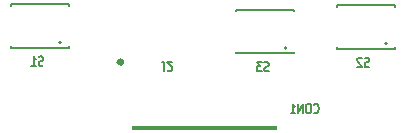
<source format=gbr>
%TF.GenerationSoftware,KiCad,Pcbnew,8.0.6*%
%TF.CreationDate,2025-01-21T23:53:36+01:00*%
%TF.ProjectId,HSSM-LVPCB,4853534d-2d4c-4565-9043-422e6b696361,rev?*%
%TF.SameCoordinates,Original*%
%TF.FileFunction,Legend,Bot*%
%TF.FilePolarity,Positive*%
%FSLAX46Y46*%
G04 Gerber Fmt 4.6, Leading zero omitted, Abs format (unit mm)*
G04 Created by KiCad (PCBNEW 8.0.6) date 2025-01-21 23:53:36*
%MOMM*%
%LPD*%
G01*
G04 APERTURE LIST*
%ADD10C,0.100000*%
%ADD11C,0.150000*%
%ADD12C,0.200000*%
%ADD13C,0.508000*%
G04 APERTURE END LIST*
D10*
X130850000Y-122575000D02*
X143025000Y-122575000D01*
X143025000Y-122850000D01*
X130850000Y-122850000D01*
X130850000Y-122575000D01*
G36*
X130850000Y-122575000D02*
G01*
X143025000Y-122575000D01*
X143025000Y-122850000D01*
X130850000Y-122850000D01*
X130850000Y-122575000D01*
G37*
D11*
X123280438Y-117441100D02*
X123187581Y-117479195D01*
X123187581Y-117479195D02*
X123032819Y-117479195D01*
X123032819Y-117479195D02*
X122970914Y-117441100D01*
X122970914Y-117441100D02*
X122939962Y-117403004D01*
X122939962Y-117403004D02*
X122909009Y-117326814D01*
X122909009Y-117326814D02*
X122909009Y-117250623D01*
X122909009Y-117250623D02*
X122939962Y-117174433D01*
X122939962Y-117174433D02*
X122970914Y-117136338D01*
X122970914Y-117136338D02*
X123032819Y-117098242D01*
X123032819Y-117098242D02*
X123156628Y-117060147D01*
X123156628Y-117060147D02*
X123218533Y-117022052D01*
X123218533Y-117022052D02*
X123249486Y-116983957D01*
X123249486Y-116983957D02*
X123280438Y-116907766D01*
X123280438Y-116907766D02*
X123280438Y-116831576D01*
X123280438Y-116831576D02*
X123249486Y-116755385D01*
X123249486Y-116755385D02*
X123218533Y-116717290D01*
X123218533Y-116717290D02*
X123156628Y-116679195D01*
X123156628Y-116679195D02*
X123001867Y-116679195D01*
X123001867Y-116679195D02*
X122909009Y-116717290D01*
X122289961Y-117479195D02*
X122661390Y-117479195D01*
X122475676Y-117479195D02*
X122475676Y-116679195D01*
X122475676Y-116679195D02*
X122537580Y-116793480D01*
X122537580Y-116793480D02*
X122599485Y-116869671D01*
X122599485Y-116869671D02*
X122661390Y-116907766D01*
X133558333Y-117937704D02*
X133558333Y-117366276D01*
X133558333Y-117366276D02*
X133527380Y-117251990D01*
X133527380Y-117251990D02*
X133465476Y-117175800D01*
X133465476Y-117175800D02*
X133372618Y-117137704D01*
X133372618Y-117137704D02*
X133310714Y-117137704D01*
X133836904Y-117861514D02*
X133867856Y-117899609D01*
X133867856Y-117899609D02*
X133929761Y-117937704D01*
X133929761Y-117937704D02*
X134084523Y-117937704D01*
X134084523Y-117937704D02*
X134146428Y-117899609D01*
X134146428Y-117899609D02*
X134177380Y-117861514D01*
X134177380Y-117861514D02*
X134208333Y-117785323D01*
X134208333Y-117785323D02*
X134208333Y-117709133D01*
X134208333Y-117709133D02*
X134177380Y-117594847D01*
X134177380Y-117594847D02*
X133805952Y-117137704D01*
X133805952Y-117137704D02*
X134208333Y-117137704D01*
X150880438Y-117541100D02*
X150787581Y-117579195D01*
X150787581Y-117579195D02*
X150632819Y-117579195D01*
X150632819Y-117579195D02*
X150570914Y-117541100D01*
X150570914Y-117541100D02*
X150539962Y-117503004D01*
X150539962Y-117503004D02*
X150509009Y-117426814D01*
X150509009Y-117426814D02*
X150509009Y-117350623D01*
X150509009Y-117350623D02*
X150539962Y-117274433D01*
X150539962Y-117274433D02*
X150570914Y-117236338D01*
X150570914Y-117236338D02*
X150632819Y-117198242D01*
X150632819Y-117198242D02*
X150756628Y-117160147D01*
X150756628Y-117160147D02*
X150818533Y-117122052D01*
X150818533Y-117122052D02*
X150849486Y-117083957D01*
X150849486Y-117083957D02*
X150880438Y-117007766D01*
X150880438Y-117007766D02*
X150880438Y-116931576D01*
X150880438Y-116931576D02*
X150849486Y-116855385D01*
X150849486Y-116855385D02*
X150818533Y-116817290D01*
X150818533Y-116817290D02*
X150756628Y-116779195D01*
X150756628Y-116779195D02*
X150601867Y-116779195D01*
X150601867Y-116779195D02*
X150509009Y-116817290D01*
X150261390Y-116855385D02*
X150230438Y-116817290D01*
X150230438Y-116817290D02*
X150168533Y-116779195D01*
X150168533Y-116779195D02*
X150013771Y-116779195D01*
X150013771Y-116779195D02*
X149951866Y-116817290D01*
X149951866Y-116817290D02*
X149920914Y-116855385D01*
X149920914Y-116855385D02*
X149889961Y-116931576D01*
X149889961Y-116931576D02*
X149889961Y-117007766D01*
X149889961Y-117007766D02*
X149920914Y-117122052D01*
X149920914Y-117122052D02*
X150292342Y-117579195D01*
X150292342Y-117579195D02*
X149889961Y-117579195D01*
X142380438Y-117916100D02*
X142287581Y-117954195D01*
X142287581Y-117954195D02*
X142132819Y-117954195D01*
X142132819Y-117954195D02*
X142070914Y-117916100D01*
X142070914Y-117916100D02*
X142039962Y-117878004D01*
X142039962Y-117878004D02*
X142009009Y-117801814D01*
X142009009Y-117801814D02*
X142009009Y-117725623D01*
X142009009Y-117725623D02*
X142039962Y-117649433D01*
X142039962Y-117649433D02*
X142070914Y-117611338D01*
X142070914Y-117611338D02*
X142132819Y-117573242D01*
X142132819Y-117573242D02*
X142256628Y-117535147D01*
X142256628Y-117535147D02*
X142318533Y-117497052D01*
X142318533Y-117497052D02*
X142349486Y-117458957D01*
X142349486Y-117458957D02*
X142380438Y-117382766D01*
X142380438Y-117382766D02*
X142380438Y-117306576D01*
X142380438Y-117306576D02*
X142349486Y-117230385D01*
X142349486Y-117230385D02*
X142318533Y-117192290D01*
X142318533Y-117192290D02*
X142256628Y-117154195D01*
X142256628Y-117154195D02*
X142101867Y-117154195D01*
X142101867Y-117154195D02*
X142009009Y-117192290D01*
X141792342Y-117154195D02*
X141389961Y-117154195D01*
X141389961Y-117154195D02*
X141606628Y-117458957D01*
X141606628Y-117458957D02*
X141513771Y-117458957D01*
X141513771Y-117458957D02*
X141451866Y-117497052D01*
X141451866Y-117497052D02*
X141420914Y-117535147D01*
X141420914Y-117535147D02*
X141389961Y-117611338D01*
X141389961Y-117611338D02*
X141389961Y-117801814D01*
X141389961Y-117801814D02*
X141420914Y-117878004D01*
X141420914Y-117878004D02*
X141451866Y-117916100D01*
X141451866Y-117916100D02*
X141513771Y-117954195D01*
X141513771Y-117954195D02*
X141699485Y-117954195D01*
X141699485Y-117954195D02*
X141761390Y-117916100D01*
X141761390Y-117916100D02*
X141792342Y-117878004D01*
X146214285Y-121436104D02*
X146245237Y-121474200D01*
X146245237Y-121474200D02*
X146338095Y-121512295D01*
X146338095Y-121512295D02*
X146399999Y-121512295D01*
X146399999Y-121512295D02*
X146492856Y-121474200D01*
X146492856Y-121474200D02*
X146554761Y-121398009D01*
X146554761Y-121398009D02*
X146585714Y-121321819D01*
X146585714Y-121321819D02*
X146616666Y-121169438D01*
X146616666Y-121169438D02*
X146616666Y-121055152D01*
X146616666Y-121055152D02*
X146585714Y-120902771D01*
X146585714Y-120902771D02*
X146554761Y-120826580D01*
X146554761Y-120826580D02*
X146492856Y-120750390D01*
X146492856Y-120750390D02*
X146399999Y-120712295D01*
X146399999Y-120712295D02*
X146338095Y-120712295D01*
X146338095Y-120712295D02*
X146245237Y-120750390D01*
X146245237Y-120750390D02*
X146214285Y-120788485D01*
X145811904Y-120712295D02*
X145688095Y-120712295D01*
X145688095Y-120712295D02*
X145626190Y-120750390D01*
X145626190Y-120750390D02*
X145564285Y-120826580D01*
X145564285Y-120826580D02*
X145533333Y-120978961D01*
X145533333Y-120978961D02*
X145533333Y-121245628D01*
X145533333Y-121245628D02*
X145564285Y-121398009D01*
X145564285Y-121398009D02*
X145626190Y-121474200D01*
X145626190Y-121474200D02*
X145688095Y-121512295D01*
X145688095Y-121512295D02*
X145811904Y-121512295D01*
X145811904Y-121512295D02*
X145873809Y-121474200D01*
X145873809Y-121474200D02*
X145935714Y-121398009D01*
X145935714Y-121398009D02*
X145966666Y-121245628D01*
X145966666Y-121245628D02*
X145966666Y-120978961D01*
X145966666Y-120978961D02*
X145935714Y-120826580D01*
X145935714Y-120826580D02*
X145873809Y-120750390D01*
X145873809Y-120750390D02*
X145811904Y-120712295D01*
X145254762Y-121512295D02*
X145254762Y-120712295D01*
X145254762Y-120712295D02*
X144883333Y-121512295D01*
X144883333Y-121512295D02*
X144883333Y-120712295D01*
X144233333Y-121512295D02*
X144604762Y-121512295D01*
X144419048Y-121512295D02*
X144419048Y-120712295D01*
X144419048Y-120712295D02*
X144480952Y-120826580D01*
X144480952Y-120826580D02*
X144542857Y-120902771D01*
X144542857Y-120902771D02*
X144604762Y-120940866D01*
D12*
%TO.C,S1*%
X120550000Y-112250000D02*
X120550000Y-112400000D01*
X120550000Y-115950000D02*
X120550000Y-115800000D01*
X125450000Y-112250000D02*
X120550000Y-112250000D01*
X125450000Y-112400000D02*
X125450000Y-112250000D01*
X125450000Y-115800000D02*
X125450000Y-115950000D01*
X125450000Y-115950000D02*
X120550000Y-115950000D01*
X124800000Y-115500000D02*
G75*
G02*
X124600000Y-115500000I-100000J0D01*
G01*
X124600000Y-115500000D02*
G75*
G02*
X124800000Y-115500000I100000J0D01*
G01*
D13*
%TO.C,J2*%
X129926494Y-117175000D02*
G75*
G02*
X129733504Y-117175000I-96495J0D01*
G01*
X129733504Y-117175000D02*
G75*
G02*
X129926494Y-117175000I96495J0D01*
G01*
D12*
%TO.C,S2*%
X148150000Y-112350000D02*
X148150000Y-112500000D01*
X148150000Y-116050000D02*
X148150000Y-115900000D01*
X153050000Y-112350000D02*
X148150000Y-112350000D01*
X153050000Y-112500000D02*
X153050000Y-112350000D01*
X153050000Y-115900000D02*
X153050000Y-116050000D01*
X153050000Y-116050000D02*
X148150000Y-116050000D01*
X152400000Y-115600000D02*
G75*
G02*
X152200000Y-115600000I-100000J0D01*
G01*
X152200000Y-115600000D02*
G75*
G02*
X152400000Y-115600000I100000J0D01*
G01*
%TO.C,S3*%
X139650000Y-112725000D02*
X139650000Y-112875000D01*
X139650000Y-116425000D02*
X139650000Y-116275000D01*
X144550000Y-112725000D02*
X139650000Y-112725000D01*
X144550000Y-112875000D02*
X144550000Y-112725000D01*
X144550000Y-116275000D02*
X144550000Y-116425000D01*
X144550000Y-116425000D02*
X139650000Y-116425000D01*
X143900000Y-115975000D02*
G75*
G02*
X143700000Y-115975000I-100000J0D01*
G01*
X143700000Y-115975000D02*
G75*
G02*
X143900000Y-115975000I100000J0D01*
G01*
%TD*%
M02*

</source>
